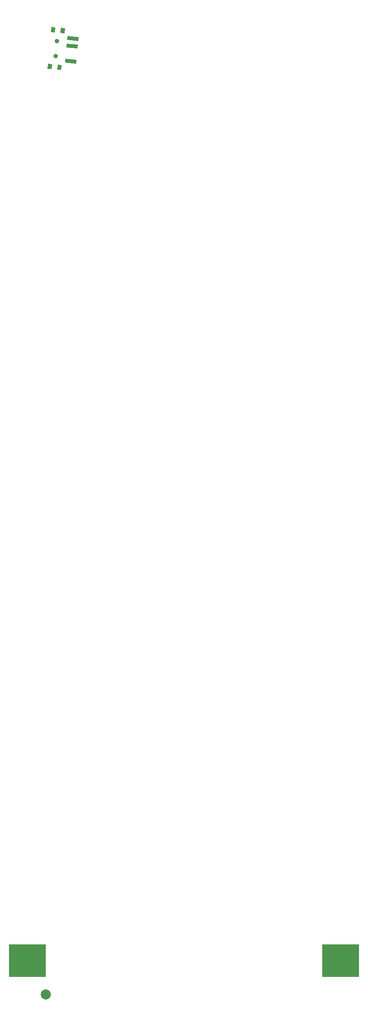
<source format=gbr>
G04 EAGLE Gerber RS-274X export*
G75*
%MOMM*%
%FSLAX34Y34*%
%LPD*%
%INSoldermask Bottom*%
%IPPOS*%
%AMOC8*
5,1,8,0,0,1.08239X$1,22.5*%
G01*
%ADD10R,7.300000X6.400000*%
%ADD11C,2.000000*%
%ADD12R,2.209800X0.762000*%
%ADD13R,0.812800X0.990600*%
%ADD14C,0.900000*%


D10*
X320450Y-2379350D03*
X-300050Y-2379350D03*
D11*
X-263398Y-2446406D03*
D12*
G36*
X-199046Y-560356D02*
X-221059Y-558430D01*
X-220394Y-550840D01*
X-198381Y-552766D01*
X-199046Y-560356D01*
G37*
G36*
X-200353Y-575299D02*
X-222366Y-573373D01*
X-221701Y-565783D01*
X-199688Y-567709D01*
X-200353Y-575299D01*
G37*
G36*
X-202968Y-605185D02*
X-224981Y-603259D01*
X-224316Y-595669D01*
X-202303Y-597595D01*
X-202968Y-605185D01*
G37*
D13*
G36*
X-251748Y-616118D02*
X-259844Y-615409D01*
X-258980Y-605542D01*
X-250884Y-606251D01*
X-251748Y-616118D01*
G37*
G36*
X-232522Y-617800D02*
X-240618Y-617091D01*
X-239754Y-607224D01*
X-231658Y-607933D01*
X-232522Y-617800D01*
G37*
G36*
X-245386Y-543396D02*
X-253482Y-542687D01*
X-252618Y-532820D01*
X-244522Y-533529D01*
X-245386Y-543396D01*
G37*
G36*
X-226160Y-545078D02*
X-234256Y-544369D01*
X-233392Y-534502D01*
X-225296Y-535211D01*
X-226160Y-545078D01*
G37*
D14*
X-243876Y-590239D03*
X-241264Y-560381D03*
M02*

</source>
